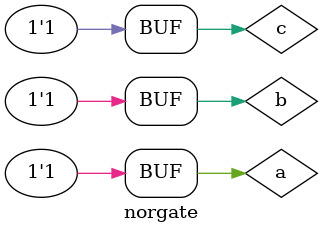
<source format=v>

module andgate (output s,
								input a,
								input b,
								input c);
	assign s = a & b & c;
endmodule// andgate
//  -- not gate
module notgate( output s,
							 input p);
assign s= ~p;
endmodule// notgate

// --  orgate De Morgan

module norgate;
reg a, b, c;
wire n1, n2, n3, s1, s2;

notgate NOT1(n1, a);
notgate NOT2(n2, b);
notgate NOT3(n3, c);
andgate AND1(s1, n1, n2, n3);
notgate NOT4(s2, s1);

initial begin:start
a=0; b=0; c=0;
end

initial begin
$display("NORGATE 3 entradas por De Morgan - Rama Alvim Sales Schiavo -  305056");
$display("\n ~( ~a & ~b & ~c ) = s\n");
$monitor("%b & %b & %b = %b", a, b, c, s2);

#1 a=0; b=0; c=0;
#1 a=0; b=0; c=1;
#1 a=0; b=1; c=0;
#1 a=0; b=1; c=1;
#1 a=1; b=0; c=0;
#1 a=1; b=0; c=1;
#1 a=1; b=1; c=0;
#1 a=1; b=1; c=1;

end
endmodule // norgate De Morgan
</source>
